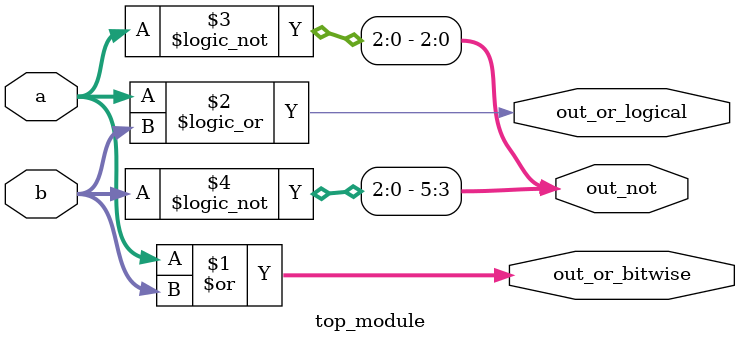
<source format=v>
module top_module( 
    input [2:0] a,
    input [2:0] b,
    output [2:0] out_or_bitwise,
    output out_or_logical,
    output [5:0] out_not
);
    assign out_or_bitwise=a|b;
    assign out_or_logical=a||b;
    assign out_not[2:0]=!a;
    assign out_not[5:3]=!b;
endmodule

</source>
